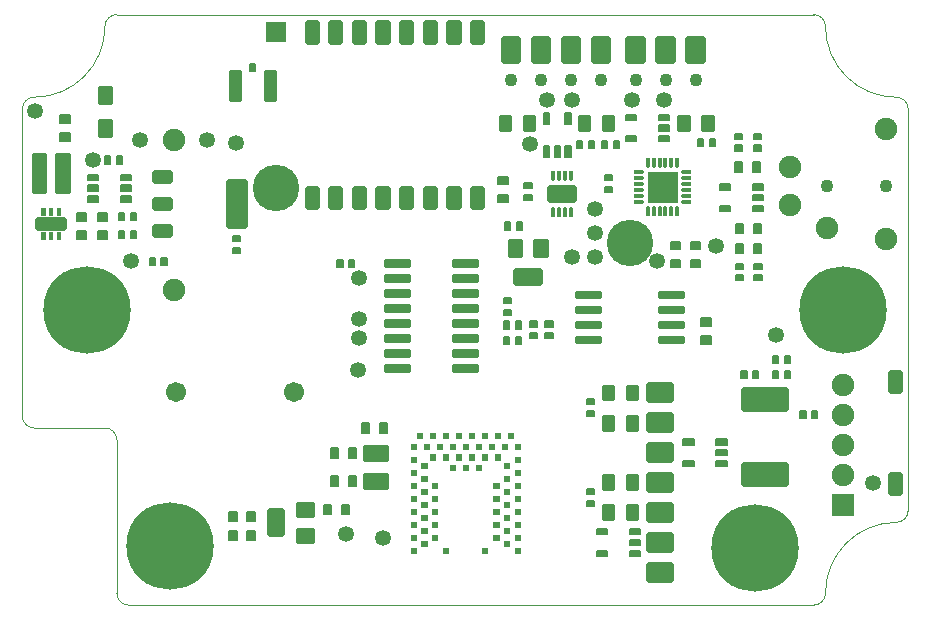
<source format=gbr>
G70*
%FSLAX54Y54*%
%ADD11C,0.0010*%
%ADD12C,0.0531*%
%ADD13C,0.0060*%
%ADD14C,0.0039*%
%ADD15R,0.0750X0.0750*%
%ADD16C,0.0750*%
%ADD17C,0.0433*%
%ADD18C,0.2913*%
%ADD19C,0.0063*%
%ADD20C,0.0200*%
%ADD21C,0.0236*%
%AMUSER22*
4, 1, 4, 0.0069, -0.0114, -0.0069, -0.0114, -0.0069, 0.0183, 0.0069, 0.0183, 0.0069, -0.0114, 0.0*
1, 1, 0.0138, 0.0000, -0.0114*%
%ADD22USER22*%
%AMUSER23*
4, 1, 4, -0.0114, -0.0069, -0.0114, 0.0069, 0.0183, 0.0069, 0.0183, -0.0069, -0.0114, -0.0069, 0.0*
1, 1, 0.0138, -0.0114, 0.0000*%
%ADD23USER23*%
%AMUSER24*
4, 1, 4, -0.0069, 0.0114, 0.0069, 0.0114, 0.0069, -0.0183, -0.0069, -0.0183, -0.0069, 0.0114, 0.0*
1, 1, 0.0138, 0.0000, 0.0114*%
%ADD24USER24*%
%AMUSER25*
4, 1, 4, 0.0114, 0.0069, 0.0114, -0.0069, -0.0183, -0.0069, -0.0183, 0.0069, 0.0114, 0.0069, 0.0*
1, 1, 0.0138, 0.0114, 0.0000*%
%ADD25USER25*%
%ADD26C,0.0236*%
%ADD27C,0.0100*%
%ADD28R,0.0650X0.0650*%
%ADD29C,0.0157*%
%ADD30C,0.0670*%
%ADD31C,0.1550*%
%ADD32C,0.0160*%
D11*
X101113Y96583D02*
X123948Y96583D01*
G75*
G03X124342Y96977I0000J0394*
G02X126704Y99339I2362J0000*
G03X127098Y99732I0000J0394*
G01X127098Y113118*
G75*
G03X126704Y113512I-0394J0000*
G02X124342Y115874I0000J2362*
G03X123948Y116268I-0394J0000*
G01X100720Y116268*
G75*
G03X100326Y115874I0000J-0394*
G02X97964Y113512I-2362J0000*
G03X97570Y113118I0000J-0394*
G01X97570Y102882*
G75*
G03X97964Y102488I0394J0000*
G01X100326Y102488*
G75*
G02X100720Y102095I0000J-0394*
G01X100720Y96977*
G75*
G03X101113Y96583I0394J0000*
D12*
X114499Y111937D03*
D13*
G01X113836Y109336D02*
X113836Y109096D01*
X113666Y109096*
X113666Y109336*
X113836Y109336*
G36*
X113836Y109096*
X113666Y109096*
X113666Y109336*
X113836Y109336*
G37*
X114230Y109336D02*
X114230Y109096D01*
X114060Y109096*
X114060Y109336*
X114230Y109336*
G36*
X114230Y109096*
X114060Y109096*
X114060Y109336*
X114230Y109336*
G37*
D14*
X110513Y98325D02*
X110513Y98502D01*
X110690Y98502*
X110690Y98325*
X110513Y98325*
G36*
X110513Y98502*
X110690Y98502*
X110690Y98325*
X110513Y98325*
G37*
X110867Y98541D02*
X110867Y98719D01*
X111044Y98719*
X111044Y98541*
X110867Y98541*
G36*
X110867Y98719*
X111044Y98719*
X111044Y98541*
X110867Y98541*
G37*
X110513Y98758D02*
X110513Y98935D01*
X110690Y98935*
X110690Y98758*
X110513Y98758*
G36*
X110513Y98935*
X110690Y98935*
X110690Y98758*
X110513Y98758*
G37*
X110867Y98975D02*
X110867Y99152D01*
X111044Y99152*
X111044Y98975*
X110867Y98975*
G36*
X110867Y99152*
X111044Y99152*
X111044Y98975*
X110867Y98975*
G37*
X110513Y99191D02*
X110513Y99368D01*
X110690Y99368*
X110690Y99191*
X110513Y99191*
G36*
X110513Y99368*
X110690Y99368*
X110690Y99191*
X110513Y99191*
G37*
X110867Y99408D02*
X110867Y99585D01*
X111044Y99585*
X111044Y99408*
X110867Y99408*
G36*
X110867Y99585*
X111044Y99585*
X111044Y99408*
X110867Y99408*
G37*
X110513Y99624D02*
X110513Y99801D01*
X110690Y99801*
X110690Y99624*
X110513Y99624*
G36*
X110513Y99801*
X110690Y99801*
X110690Y99624*
X110513Y99624*
G37*
X110867Y99841D02*
X110867Y100018D01*
X111044Y100018*
X111044Y99841*
X110867Y99841*
G36*
X110867Y100018*
X111044Y100018*
X111044Y99841*
X110867Y99841*
G37*
X110513Y100057D02*
X110513Y100234D01*
X110690Y100234*
X110690Y100057*
X110513Y100057*
G36*
X110513Y100234*
X110690Y100234*
X110690Y100057*
X110513Y100057*
G37*
X110867Y100274D02*
X110867Y100451D01*
X111044Y100451*
X111044Y100274*
X110867Y100274*
G36*
X110867Y100451*
X111044Y100451*
X111044Y100274*
X110867Y100274*
G37*
X110513Y100490D02*
X110513Y100667D01*
X110690Y100667*
X110690Y100490*
X110513Y100490*
G36*
X110513Y100667*
X110690Y100667*
X110690Y100490*
X110513Y100490*
G37*
X110867Y100707D02*
X110867Y100884D01*
X111044Y100884*
X111044Y100707*
X110867Y100707*
G36*
X110867Y100884*
X111044Y100884*
X111044Y100707*
X110867Y100707*
G37*
X110513Y100923D02*
X110513Y101101D01*
X110690Y101101*
X110690Y100923*
X110513Y100923*
G36*
X110513Y101101*
X110690Y101101*
X110690Y100923*
X110513Y100923*
G37*
X110867Y101140D02*
X110867Y101317D01*
X111044Y101317*
X111044Y101140*
X110867Y101140*
G36*
X110867Y101317*
X111044Y101317*
X111044Y101140*
X110867Y101140*
G37*
X110513Y101356D02*
X110513Y101534D01*
X110690Y101534*
X110690Y101356*
X110513Y101356*
G36*
X110513Y101534*
X110690Y101534*
X110690Y101356*
X110513Y101356*
G37*
X110513Y101790D02*
X110513Y101967D01*
X110690Y101967*
X110690Y101790*
X110513Y101790*
G36*
X110513Y101967*
X110690Y101967*
X110690Y101790*
X110513Y101790*
G37*
X110946Y101790D02*
X110946Y101967D01*
X111123Y101967*
X111123Y101790*
X110946Y101790*
G36*
X110946Y101967*
X111123Y101967*
X111123Y101790*
X110946Y101790*
G37*
X111162Y101435D02*
X111162Y101612D01*
X111340Y101612*
X111340Y101435*
X111162Y101435*
G36*
X111162Y101612*
X111340Y101612*
X111340Y101435*
X111162Y101435*
G37*
X111379Y101790D02*
X111379Y101967D01*
X111556Y101967*
X111556Y101790*
X111379Y101790*
G36*
X111379Y101967*
X111556Y101967*
X111556Y101790*
X111379Y101790*
G37*
X111596Y101435D02*
X111596Y101612D01*
X111773Y101612*
X111773Y101435*
X111596Y101435*
G36*
X111596Y101612*
X111773Y101612*
X111773Y101435*
X111596Y101435*
G37*
X111812Y101790D02*
X111812Y101967D01*
X111989Y101967*
X111989Y101790*
X111812Y101790*
G36*
X111812Y101967*
X111989Y101967*
X111989Y101790*
X111812Y101790*
G37*
X112029Y101435D02*
X112029Y101612D01*
X112206Y101612*
X112206Y101435*
X112029Y101435*
G36*
X112029Y101612*
X112206Y101612*
X112206Y101435*
X112029Y101435*
G37*
X112245Y101790D02*
X112245Y101967D01*
X112422Y101967*
X112422Y101790*
X112245Y101790*
G36*
X112245Y101967*
X112422Y101967*
X112422Y101790*
X112245Y101790*
G37*
X112462Y101435D02*
X112462Y101612D01*
X112639Y101612*
X112639Y101435*
X112462Y101435*
G36*
X112462Y101612*
X112639Y101612*
X112639Y101435*
X112462Y101435*
G37*
X112678Y101790D02*
X112678Y101967D01*
X112855Y101967*
X112855Y101790*
X112678Y101790*
G36*
X112678Y101967*
X112855Y101967*
X112855Y101790*
X112678Y101790*
G37*
X112895Y101435D02*
X112895Y101612D01*
X113072Y101612*
X113072Y101435*
X112895Y101435*
G36*
X112895Y101612*
X113072Y101612*
X113072Y101435*
X112895Y101435*
G37*
X113111Y101790D02*
X113111Y101967D01*
X113288Y101967*
X113288Y101790*
X113111Y101790*
G36*
X113111Y101967*
X113288Y101967*
X113288Y101790*
X113111Y101790*
G37*
X113328Y101435D02*
X113328Y101612D01*
X113505Y101612*
X113505Y101435*
X113328Y101435*
G36*
X113328Y101612*
X113505Y101612*
X113505Y101435*
X113328Y101435*
G37*
X113544Y101790D02*
X113544Y101967D01*
X113722Y101967*
X113722Y101790*
X113544Y101790*
G36*
X113544Y101967*
X113722Y101967*
X113722Y101790*
X113544Y101790*
G37*
X113977Y101790D02*
X113977Y101967D01*
X114155Y101967*
X114155Y101790*
X113977Y101790*
G36*
X113977Y101967*
X114155Y101967*
X114155Y101790*
X113977Y101790*
G37*
X113977Y101356D02*
X113977Y101534D01*
X114155Y101534*
X114155Y101356*
X113977Y101356*
G36*
X113977Y101534*
X114155Y101534*
X114155Y101356*
X113977Y101356*
G37*
X113623Y101140D02*
X113623Y101317D01*
X113800Y101317*
X113800Y101140*
X113623Y101140*
G36*
X113623Y101317*
X113800Y101317*
X113800Y101140*
X113623Y101140*
G37*
X113977Y100923D02*
X113977Y101101D01*
X114155Y101101*
X114155Y100923*
X113977Y100923*
G36*
X113977Y101101*
X114155Y101101*
X114155Y100923*
X113977Y100923*
G37*
X113623Y100707D02*
X113623Y100884D01*
X113800Y100884*
X113800Y100707*
X113623Y100707*
G36*
X113623Y100884*
X113800Y100884*
X113800Y100707*
X113623Y100707*
G37*
X113977Y100490D02*
X113977Y100667D01*
X114155Y100667*
X114155Y100490*
X113977Y100490*
G36*
X113977Y100667*
X114155Y100667*
X114155Y100490*
X113977Y100490*
G37*
X113623Y100274D02*
X113623Y100451D01*
X113800Y100451*
X113800Y100274*
X113623Y100274*
G36*
X113623Y100451*
X113800Y100451*
X113800Y100274*
X113623Y100274*
G37*
X113977Y100057D02*
X113977Y100234D01*
X114155Y100234*
X114155Y100057*
X113977Y100057*
G36*
X113977Y100234*
X114155Y100234*
X114155Y100057*
X113977Y100057*
G37*
X113623Y99841D02*
X113623Y100018D01*
X113800Y100018*
X113800Y99841*
X113623Y99841*
G36*
X113623Y100018*
X113800Y100018*
X113800Y99841*
X113623Y99841*
G37*
X113977Y99624D02*
X113977Y99801D01*
X114155Y99801*
X114155Y99624*
X113977Y99624*
G36*
X113977Y99801*
X114155Y99801*
X114155Y99624*
X113977Y99624*
G37*
X113623Y99408D02*
X113623Y99585D01*
X113800Y99585*
X113800Y99408*
X113623Y99408*
G36*
X113623Y99585*
X113800Y99585*
X113800Y99408*
X113623Y99408*
G37*
X113977Y99191D02*
X113977Y99368D01*
X114155Y99368*
X114155Y99191*
X113977Y99191*
G36*
X113977Y99368*
X114155Y99368*
X114155Y99191*
X113977Y99191*
G37*
X113623Y98975D02*
X113623Y99152D01*
X113800Y99152*
X113800Y98975*
X113623Y98975*
G36*
X113623Y99152*
X113800Y99152*
X113800Y98975*
X113623Y98975*
G37*
X113977Y98758D02*
X113977Y98935D01*
X114155Y98935*
X114155Y98758*
X113977Y98758*
G36*
X113977Y98935*
X114155Y98935*
X114155Y98758*
X113977Y98758*
G37*
X113623Y98541D02*
X113623Y98719D01*
X113800Y98719*
X113800Y98541*
X113623Y98541*
G36*
X113623Y98719*
X113800Y98719*
X113800Y98541*
X113623Y98541*
G37*
X113977Y98325D02*
X113977Y98502D01*
X114155Y98502*
X114155Y98325*
X113977Y98325*
G36*
X113977Y98502*
X114155Y98502*
X114155Y98325*
X113977Y98325*
G37*
X112895Y98325D02*
X112895Y98502D01*
X113072Y98502*
X113072Y98325*
X112895Y98325*
G36*
X112895Y98502*
X113072Y98502*
X113072Y98325*
X112895Y98325*
G37*
X111596Y98325D02*
X111596Y98502D01*
X111773Y98502*
X111773Y98325*
X111596Y98325*
G36*
X111596Y98502*
X111773Y98502*
X111773Y98325*
X111596Y98325*
G37*
X111222Y98758D02*
X111222Y98935D01*
X111399Y98935*
X111399Y98758*
X111222Y98758*
G36*
X111222Y98935*
X111399Y98935*
X111399Y98758*
X111222Y98758*
G37*
X111222Y99191D02*
X111222Y99368D01*
X111399Y99368*
X111399Y99191*
X111222Y99191*
G36*
X111222Y99368*
X111399Y99368*
X111399Y99191*
X111222Y99191*
G37*
X111222Y99624D02*
X111222Y99801D01*
X111399Y99801*
X111399Y99624*
X111222Y99624*
G36*
X111222Y99801*
X111399Y99801*
X111399Y99624*
X111222Y99624*
G37*
X111222Y100057D02*
X111222Y100234D01*
X111399Y100234*
X111399Y100057*
X111222Y100057*
G36*
X111222Y100234*
X111399Y100234*
X111399Y100057*
X111222Y100057*
G37*
X111222Y100490D02*
X111222Y100667D01*
X111399Y100667*
X111399Y100490*
X111222Y100490*
G36*
X111222Y100667*
X111399Y100667*
X111399Y100490*
X111222Y100490*
G37*
X111812Y101081D02*
X111812Y101258D01*
X111989Y101258*
X111989Y101081*
X111812Y101081*
G36*
X111812Y101258*
X111989Y101258*
X111989Y101081*
X111812Y101081*
G37*
X112245Y101081D02*
X112245Y101258D01*
X112422Y101258*
X112422Y101081*
X112245Y101081*
G36*
X112245Y101258*
X112422Y101258*
X112422Y101081*
X112245Y101081*
G37*
X112678Y101081D02*
X112678Y101258D01*
X112855Y101258*
X112855Y101081*
X112678Y101081*
G36*
X112678Y101258*
X112855Y101258*
X112855Y101081*
X112678Y101081*
G37*
X113269Y100490D02*
X113269Y100667D01*
X113446Y100667*
X113446Y100490*
X113269Y100490*
G36*
X113269Y100667*
X113446Y100667*
X113446Y100490*
X113269Y100490*
G37*
X113269Y100057D02*
X113269Y100234D01*
X113446Y100234*
X113446Y100057*
X113269Y100057*
G36*
X113269Y100234*
X113446Y100234*
X113446Y100057*
X113269Y100057*
G37*
X113269Y99624D02*
X113269Y99801D01*
X113446Y99801*
X113446Y99624*
X113269Y99624*
G36*
X113269Y99801*
X113446Y99801*
X113446Y99624*
X113269Y99624*
G37*
X113269Y99191D02*
X113269Y99368D01*
X113446Y99368*
X113446Y99191*
X113269Y99191*
G36*
X113269Y99368*
X113446Y99368*
X113446Y99191*
X113269Y99191*
G37*
X113269Y98758D02*
X113269Y98935D01*
X113446Y98935*
X113446Y98758*
X113269Y98758*
G36*
X113269Y98935*
X113446Y98935*
X113446Y98758*
X113269Y98758*
G37*
X110729Y102144D02*
X110729Y102321D01*
X110907Y102321*
X110907Y102144*
X110729Y102144*
G36*
X110729Y102321*
X110907Y102321*
X110907Y102144*
X110729Y102144*
G37*
X111162Y102144D02*
X111162Y102321D01*
X111340Y102321*
X111340Y102144*
X111162Y102144*
G36*
X111162Y102321*
X111340Y102321*
X111340Y102144*
X111162Y102144*
G37*
X111596Y102144D02*
X111596Y102321D01*
X111773Y102321*
X111773Y102144*
X111596Y102144*
G36*
X111596Y102321*
X111773Y102321*
X111773Y102144*
X111596Y102144*
G37*
X112029Y102144D02*
X112029Y102321D01*
X112206Y102321*
X112206Y102144*
X112029Y102144*
G36*
X112029Y102321*
X112206Y102321*
X112206Y102144*
X112029Y102144*
G37*
X112462Y102144D02*
X112462Y102321D01*
X112639Y102321*
X112639Y102144*
X112462Y102144*
G36*
X112462Y102321*
X112639Y102321*
X112639Y102144*
X112462Y102144*
G37*
X112895Y102144D02*
X112895Y102321D01*
X113072Y102321*
X113072Y102144*
X112895Y102144*
G36*
X112895Y102321*
X113072Y102321*
X113072Y102144*
X112895Y102144*
G37*
X113328Y102144D02*
X113328Y102321D01*
X113505Y102321*
X113505Y102144*
X113328Y102144*
G36*
X113328Y102321*
X113505Y102321*
X113505Y102144*
X113328Y102144*
G37*
X113761Y102144D02*
X113761Y102321D01*
X113938Y102321*
X113938Y102144*
X113761Y102144*
G36*
X113761Y102321*
X113938Y102321*
X113938Y102144*
X113761Y102144*
G37*
D15*
X124932Y99929D03*
D16*
X124932Y100929D03*
X124932Y101929D03*
X124932Y102929D03*
X124932Y103929D03*
X126349Y112449D03*
X124381Y109142D03*
X123161Y111189D03*
X126349Y108788D03*
X123161Y109929D03*
D17*
X126349Y110559D03*
X124381Y110559D03*
D18*
X99735Y106425D03*
D19*
X121043Y101931D02*
X120709Y101931D01*
X120709Y102108*
X121043Y102108*
X121043Y101931*
G36*
X120709Y101931*
X120709Y102108*
X121043Y102108*
X121043Y101931*
G37*
X121043Y101573D02*
X120709Y101573D01*
X120709Y101750*
X121043Y101750*
X121043Y101573*
G36*
X120709Y101573*
X120709Y101750*
X121043Y101750*
X121043Y101573*
G37*
X121043Y101215D02*
X120709Y101215D01*
X120709Y101392*
X121043Y101392*
X121043Y101215*
G36*
X120709Y101215*
X120709Y101392*
X121043Y101392*
X121043Y101215*
G37*
X119943Y101215D02*
X119609Y101215D01*
X119609Y101392*
X119943Y101392*
X119943Y101215*
G36*
X119609Y101215*
X119609Y101392*
X119943Y101392*
X119943Y101215*
G37*
X119943Y101931D02*
X119609Y101931D01*
X119609Y102108*
X119943Y102108*
X119943Y101931*
G36*
X119609Y101931*
X119609Y102108*
X119943Y102108*
X119943Y101931*
G37*
D20*
X118475Y103914D02*
X119185Y103914D01*
X119185Y103424*
X118475Y103424*
X118475Y103914*
G36*
X119185Y103914*
X119185Y103424*
X118475Y103424*
X118475Y103914*
G37*
X118475Y102914D02*
X119185Y102914D01*
X119185Y102424*
X118475Y102424*
X118475Y102914*
G36*
X119185Y102914*
X119185Y102424*
X118475Y102424*
X118475Y102914*
G37*
X118475Y101914D02*
X119185Y101914D01*
X119185Y101424*
X118475Y101424*
X118475Y101914*
G36*
X119185Y101914*
X119185Y101424*
X118475Y101424*
X118475Y101914*
G37*
X118475Y100914D02*
X119185Y100914D01*
X119185Y100424*
X118475Y100424*
X118475Y100914*
G36*
X119185Y100914*
X119185Y100424*
X118475Y100424*
X118475Y100914*
G37*
X118475Y99914D02*
X119185Y99914D01*
X119185Y99424*
X118475Y99424*
X118475Y99914*
G36*
X119185Y99914*
X119185Y99424*
X118475Y99424*
X118475Y99914*
G37*
X118475Y98914D02*
X119185Y98914D01*
X119185Y98424*
X118475Y98424*
X118475Y98914*
G36*
X119185Y98914*
X119185Y98424*
X118475Y98424*
X118475Y98914*
G37*
X118475Y97914D02*
X119185Y97914D01*
X119185Y97424*
X118475Y97424*
X118475Y97914*
G36*
X119185Y97914*
X119185Y97424*
X118475Y97424*
X118475Y97914*
G37*
D13*
X119502Y108456D02*
X119182Y108456D01*
X119182Y108696*
X119502Y108696*
X119502Y108456*
G36*
X119182Y108456*
X119182Y108696*
X119502Y108696*
X119502Y108456*
G37*
X119502Y107856D02*
X119182Y107856D01*
X119182Y108096*
X119502Y108096*
X119502Y107856*
G36*
X119182Y107856*
X119182Y108096*
X119502Y108096*
X119502Y107856*
G37*
D14*
X98318Y109811D02*
X98318Y109575D01*
X98200Y109575*
X98200Y109811*
X98318Y109811*
G36*
X98318Y109575*
X98200Y109575*
X98200Y109811*
X98318Y109811*
G37*
X98574Y109811D02*
X98574Y109575D01*
X98456Y109575*
X98456Y109811*
X98574Y109811*
G36*
X98574Y109575*
X98456Y109575*
X98456Y109811*
X98574Y109811*
G37*
X98830Y109811D02*
X98830Y109575D01*
X98712Y109575*
X98712Y109811*
X98830Y109811*
G36*
X98830Y109575*
X98712Y109575*
X98712Y109811*
X98830Y109811*
G37*
X98830Y109024D02*
X98830Y108788D01*
X98712Y108788*
X98712Y109024*
X98830Y109024*
G36*
X98830Y108788*
X98712Y108788*
X98712Y109024*
X98830Y109024*
G37*
X98574Y109024D02*
X98574Y108788D01*
X98456Y108788*
X98456Y109024*
X98574Y109024*
G36*
X98574Y108788*
X98456Y108788*
X98456Y109024*
X98574Y109024*
G37*
X98318Y109024D02*
X98318Y108788D01*
X98200Y108788*
X98200Y109024*
X98318Y109024*
G36*
X98318Y108788*
X98200Y108788*
X98200Y109024*
X98318Y109024*
G37*
D21*
X98928Y109181D02*
X98101Y109181D01*
X98101Y109417*
X98928Y109417*
X98928Y109181*
G36*
X98101Y109181*
X98101Y109417*
X98928Y109417*
X98928Y109181*
G37*
D13*
X121923Y111029D02*
X121923Y111349D01*
X122163Y111349*
X122163Y111029*
X121923Y111029*
G36*
X121923Y111349*
X122163Y111349*
X122163Y111029*
X121923Y111029*
G37*
X121323Y111029D02*
X121323Y111349D01*
X121563Y111349*
X121563Y111029*
X121323Y111029*
G36*
X121323Y111349*
X121563Y111349*
X121563Y111029*
X121323Y111029*
G37*
X121963Y108982D02*
X121963Y109302D01*
X122203Y109302*
X122203Y108982*
X121963Y108982*
G36*
X121963Y109302*
X122203Y109302*
X122203Y108982*
X121963Y108982*
G37*
X121363Y108982D02*
X121363Y109302D01*
X121603Y109302*
X121603Y108982*
X121363Y108982*
G36*
X121363Y109302*
X121603Y109302*
X121603Y108982*
X121363Y108982*
G37*
X121583Y107797D02*
X121343Y107797D01*
X121343Y107967*
X121583Y107967*
X121583Y107797*
G36*
X121343Y107797*
X121343Y107967*
X121583Y107967*
X121583Y107797*
G37*
X121583Y107403D02*
X121343Y107403D01*
X121343Y107573*
X121583Y107573*
X121583Y107403*
G36*
X121343Y107403*
X121343Y107573*
X121583Y107573*
X121583Y107403*
G37*
D11*
G36*
X119401Y111012D02*
X119401Y110028D01*
X118416Y110028*
X118416Y111012*
X119401Y111012*
G37*
X119401Y110028*
X118416Y110028*
X118416Y111012*
X119401Y111012*
D22*
X118416Y111307D03*
X118613Y111307D03*
X118810Y111307D03*
X119007Y111307D03*
X119204Y111307D03*
X119401Y111307D03*
D23*
X119696Y111012D03*
X119696Y110815D03*
X119696Y110618D03*
X119696Y110421D03*
X119696Y110225D03*
X119696Y110028D03*
D24*
X119401Y109732D03*
X119204Y109732D03*
X119007Y109732D03*
X118810Y109732D03*
X118613Y109732D03*
X118416Y109732D03*
D25*
X118121Y110028D03*
X118121Y110225D03*
X118121Y110421D03*
X118121Y110618D03*
X118121Y110815D03*
X118121Y111012D03*
D26*
X118613Y110815D03*
X118613Y110225D03*
X119204Y110225D03*
X119204Y110815D03*
D27*
X117721Y103439D02*
X117721Y103899D01*
X118061Y103899*
X118061Y103439*
X117721Y103439*
G36*
X117721Y103899*
X118061Y103899*
X118061Y103439*
X117721Y103439*
G37*
X116921Y103439D02*
X116921Y103899D01*
X117261Y103899*
X117261Y103439*
X116921Y103439*
G36*
X116921Y103899*
X117261Y103899*
X117261Y103439*
X116921Y103439*
G37*
D20*
X119766Y114732D02*
X119766Y115442D01*
X120256Y115442*
X120256Y114732*
X119766Y114732*
G36*
X119766Y115442*
X120256Y115442*
X120256Y114732*
X119766Y114732*
G37*
X118766Y114732D02*
X118766Y115442D01*
X119256Y115442*
X119256Y114732*
X118766Y114732*
G36*
X118766Y115442*
X119256Y115442*
X119256Y114732*
X118766Y114732*
G37*
X117766Y114732D02*
X117766Y115442D01*
X118256Y115442*
X118256Y114732*
X117766Y114732*
G36*
X117766Y115442*
X118256Y115442*
X118256Y114732*
X117766Y114732*
G37*
D17*
X120011Y114087D03*
X119011Y114087D03*
X118011Y114087D03*
D19*
X119114Y112758D02*
X118779Y112758D01*
X118779Y112935*
X119114Y112935*
X119114Y112758*
G36*
X118779Y112758*
X118779Y112935*
X119114Y112935*
X119114Y112758*
G37*
X119114Y112400D02*
X118779Y112400D01*
X118779Y112577*
X119114Y112577*
X119114Y112400*
G36*
X118779Y112400*
X118779Y112577*
X119114Y112577*
X119114Y112400*
G37*
X119114Y112042D02*
X118779Y112042D01*
X118779Y112219*
X119114Y112219*
X119114Y112042*
G36*
X118779Y112042*
X118779Y112219*
X119114Y112219*
X119114Y112042*
G37*
X118014Y112042D02*
X117679Y112042D01*
X117679Y112219*
X118014Y112219*
X118014Y112042*
G36*
X117679Y112042*
X117679Y112219*
X118014Y112219*
X118014Y112042*
G37*
X118014Y112758D02*
X117679Y112758D01*
X117679Y112935*
X118014Y112935*
X118014Y112758*
G36*
X117679Y112758*
X117679Y112935*
X118014Y112935*
X118014Y112758*
G37*
D12*
X108790Y107488D03*
D20*
X116616Y114732D02*
X116616Y115442D01*
X117106Y115442*
X117106Y114732*
X116616Y114732*
G36*
X116616Y115442*
X117106Y115442*
X117106Y114732*
X116616Y114732*
G37*
X115616Y114732D02*
X115616Y115442D01*
X116106Y115442*
X116106Y114732*
X115616Y114732*
G36*
X115616Y115442*
X116106Y115442*
X116106Y114732*
X115616Y114732*
G37*
X114616Y114732D02*
X114616Y115442D01*
X115106Y115442*
X115106Y114732*
X114616Y114732*
G36*
X114616Y115442*
X115106Y115442*
X115106Y114732*
X114616Y114732*
G37*
X113616Y114732D02*
X113616Y115442D01*
X114106Y115442*
X114106Y114732*
X113616Y114732*
G36*
X113616Y115442*
X114106Y115442*
X114106Y114732*
X113616Y114732*
G37*
D17*
X116861Y114087D03*
X115861Y114087D03*
X114861Y114087D03*
X113861Y114087D03*
D21*
X112590Y109870D02*
X112590Y110461D01*
X112865Y110461*
X112865Y109870*
X112590Y109870*
G36*
X112590Y110461*
X112865Y110461*
X112865Y109870*
X112590Y109870*
G37*
X111802Y109870D02*
X111802Y110461D01*
X112078Y110461*
X112078Y109870*
X111802Y109870*
G36*
X111802Y110461*
X112078Y110461*
X112078Y109870*
X111802Y109870*
G37*
X111015Y109870D02*
X111015Y110461D01*
X111290Y110461*
X111290Y109870*
X111015Y109870*
G36*
X111015Y110461*
X111290Y110461*
X111290Y109870*
X111015Y109870*
G37*
X110227Y109870D02*
X110227Y110461D01*
X110503Y110461*
X110503Y109870*
X110227Y109870*
G36*
X110227Y110461*
X110503Y110461*
X110503Y109870*
X110227Y109870*
G37*
X109440Y109870D02*
X109440Y110461D01*
X109716Y110461*
X109716Y109870*
X109440Y109870*
G36*
X109440Y110461*
X109716Y110461*
X109716Y109870*
X109440Y109870*
G37*
X108653Y109870D02*
X108653Y110461D01*
X108928Y110461*
X108928Y109870*
X108653Y109870*
G36*
X108653Y110461*
X108928Y110461*
X108928Y109870*
X108653Y109870*
G37*
X107865Y109870D02*
X107865Y110461D01*
X108141Y110461*
X108141Y109870*
X107865Y109870*
G36*
X107865Y110461*
X108141Y110461*
X108141Y109870*
X107865Y109870*
G37*
X107078Y109870D02*
X107078Y110461D01*
X107353Y110461*
X107353Y109870*
X107078Y109870*
G36*
X107078Y110461*
X107353Y110461*
X107353Y109870*
X107078Y109870*
G37*
X107078Y115382D02*
X107078Y115973D01*
X107353Y115973*
X107353Y115382*
X107078Y115382*
G36*
X107078Y115973*
X107353Y115973*
X107353Y115382*
X107078Y115382*
G37*
X107865Y115382D02*
X107865Y115973D01*
X108141Y115973*
X108141Y115382*
X107865Y115382*
G36*
X107865Y115973*
X108141Y115973*
X108141Y115382*
X107865Y115382*
G37*
X108653Y115382D02*
X108653Y115973D01*
X108928Y115973*
X108928Y115382*
X108653Y115382*
G36*
X108653Y115973*
X108928Y115973*
X108928Y115382*
X108653Y115382*
G37*
X109440Y115382D02*
X109440Y115973D01*
X109716Y115973*
X109716Y115382*
X109440Y115382*
G36*
X109440Y115973*
X109716Y115973*
X109716Y115382*
X109440Y115382*
G37*
X110227Y115382D02*
X110227Y115973D01*
X110503Y115973*
X110503Y115382*
X110227Y115382*
G36*
X110227Y115973*
X110503Y115973*
X110503Y115382*
X110227Y115382*
G37*
X111015Y115382D02*
X111015Y115973D01*
X111290Y115973*
X111290Y115382*
X111015Y115382*
G36*
X111015Y115973*
X111290Y115973*
X111290Y115382*
X111015Y115382*
G37*
X111802Y115382D02*
X111802Y115973D01*
X112078Y115973*
X112078Y115382*
X111802Y115382*
G36*
X111802Y115973*
X112078Y115973*
X112078Y115382*
X111802Y115382*
G37*
X112590Y115382D02*
X112590Y115973D01*
X112865Y115973*
X112865Y115382*
X112590Y115382*
G36*
X112590Y115973*
X112865Y115973*
X112865Y115382*
X112590Y115382*
G37*
D12*
X103712Y112095D03*
D13*
X116392Y103046D02*
X116632Y103046D01*
X116632Y102876*
X116392Y102876*
X116392Y103046*
G36*
X116632Y103046*
X116632Y102876*
X116392Y102876*
X116392Y103046*
G37*
X116392Y103439D02*
X116632Y103439D01*
X116632Y103269*
X116392Y103269*
X116392Y103439*
G36*
X116632Y103439*
X116632Y103269*
X116392Y103269*
X116392Y103439*
G37*
X113754Y110621D02*
X113434Y110621D01*
X113434Y110861*
X113754Y110861*
X113754Y110621*
G36*
X113434Y110621*
X113434Y110861*
X113754Y110861*
X113754Y110621*
G37*
X113754Y110021D02*
X113434Y110021D01*
X113434Y110261*
X113754Y110261*
X113754Y110021*
G36*
X113434Y110021*
X113434Y110261*
X113754Y110261*
X113754Y110021*
G37*
X98827Y112308D02*
X99147Y112308D01*
X99147Y112068*
X98827Y112068*
X98827Y112308*
G36*
X99147Y112308*
X99147Y112068*
X98827Y112068*
X98827Y112308*
G37*
X98827Y112908D02*
X99147Y112908D01*
X99147Y112668*
X98827Y112668*
X98827Y112908*
G36*
X99147Y112908*
X99147Y112668*
X98827Y112668*
X98827Y112908*
G37*
X108099Y100877D02*
X108099Y100557D01*
X107859Y100557*
X107859Y100877*
X108099Y100877*
G36*
X108099Y100557*
X107859Y100557*
X107859Y100877*
X108099Y100877*
G37*
X108699Y100877D02*
X108699Y100557D01*
X108459Y100557*
X108459Y100877*
X108699Y100877*
G36*
X108699Y100557*
X108459Y100557*
X108459Y100877*
X108699Y100877*
G37*
X114305Y110250D02*
X114545Y110250D01*
X114545Y110080*
X114305Y110080*
X114305Y110250*
G36*
X114545Y110250*
X114545Y110080*
X114305Y110080*
X114305Y110250*
G37*
X114305Y110644D02*
X114545Y110644D01*
X114545Y110474*
X114305Y110474*
X114305Y110644*
G36*
X114545Y110644*
X114545Y110474*
X114305Y110474*
X114305Y110644*
G37*
X120171Y108456D02*
X119851Y108456D01*
X119851Y108696*
X120171Y108696*
X120171Y108456*
G36*
X119851Y108456*
X119851Y108696*
X120171Y108696*
X120171Y108456*
G37*
X120171Y107856D02*
X119851Y107856D01*
X119851Y108096*
X120171Y108096*
X120171Y107856*
G36*
X119851Y107856*
X119851Y108096*
X120171Y108096*
X120171Y107856*
G37*
D12*
X116664Y109772D03*
D20*
X123039Y100608D02*
X121629Y100608D01*
X121629Y101238*
X123039Y101238*
X123039Y100608*
G36*
X121629Y100608*
X121629Y101238*
X123039Y101238*
X123039Y100608*
G37*
X123039Y103108D02*
X121629Y103108D01*
X121629Y103738*
X123039Y103738*
X123039Y103108*
G36*
X121629Y103108*
X121629Y103738*
X123039Y103738*
X123039Y103108*
G37*
D12*
X115050Y113433D03*
D13*
X114020Y105799D02*
X114020Y106039D01*
X114190Y106039*
X114190Y105799*
X114020Y105799*
G36*
X114020Y106039*
X114190Y106039*
X114190Y105799*
X114020Y105799*
G37*
X113627Y105799D02*
X113627Y106039D01*
X113797Y106039*
X113797Y105799*
X113627Y105799*
G36*
X113627Y106039*
X113797Y106039*
X113797Y105799*
X113627Y105799*
G37*
D12*
X109578Y98827D03*
X125916Y100638D03*
X108357Y98945D03*
D13*
X121313Y111904D02*
X121553Y111904D01*
X121553Y111734*
X121313Y111734*
X121313Y111904*
G36*
X121553Y111904*
X121553Y111734*
X121313Y111734*
X121313Y111904*
G37*
X121313Y112298D02*
X121553Y112298D01*
X121553Y112128*
X121313Y112128*
X121313Y112298*
G36*
X121553Y112298*
X121553Y112128*
X121313Y112128*
X121313Y112298*
G37*
D28*
X106035Y115677D03*
D18*
X124932Y106425D03*
D27*
X119781Y112876D02*
X119781Y112416D01*
X119441Y112416*
X119441Y112876*
X119781Y112876*
G36*
X119781Y112416*
X119441Y112416*
X119441Y112876*
X119781Y112876*
G37*
X120581Y112876D02*
X120581Y112416D01*
X120241Y112416*
X120241Y112876*
X120581Y112876*
G36*
X120581Y112416*
X120241Y112416*
X120241Y112876*
X120581Y112876*
G37*
D18*
X121979Y98473D03*
D29*
X98731Y110402D02*
X98731Y111583D01*
X99086Y111583*
X99086Y110402*
X98731Y110402*
G36*
X98731Y111583*
X99086Y111583*
X99086Y110402*
X98731Y110402*
G37*
X97944Y110402D02*
X97944Y111583D01*
X98298Y111583*
X98298Y110402*
X97944Y110402*
G36*
X97944Y111583*
X98298Y111583*
X98298Y110402*
X97944Y110402*
G37*
D12*
X118948Y113433D03*
X108790Y106110D03*
D19*
X115674Y111535D02*
X115674Y111869D01*
X115851Y111869*
X115851Y111535*
X115674Y111535*
G36*
X115674Y111869*
X115851Y111869*
X115851Y111535*
X115674Y111535*
G37*
X115316Y111535D02*
X115316Y111869D01*
X115493Y111869*
X115493Y111535*
X115316Y111535*
G36*
X115316Y111869*
X115493Y111869*
X115493Y111535*
X115316Y111535*
G37*
X114958Y111535D02*
X114958Y111869D01*
X115135Y111869*
X115135Y111535*
X114958Y111535*
G36*
X114958Y111869*
X115135Y111869*
X115135Y111535*
X114958Y111535*
G37*
X114958Y112635D02*
X114958Y112969D01*
X115135Y112969*
X115135Y112635*
X114958Y112635*
G36*
X114958Y112969*
X115135Y112969*
X115135Y112635*
X114958Y112635*
G37*
X115674Y112635D02*
X115674Y112969D01*
X115851Y112969*
X115851Y112635*
X115674Y112635*
G36*
X115674Y112969*
X115851Y112969*
X115851Y112635*
X115674Y112635*
G37*
D13*
X114732Y105868D02*
X114492Y105868D01*
X114492Y106038*
X114732Y106038*
X114732Y105868*
G36*
X114492Y105868*
X114492Y106038*
X114732Y106038*
X114732Y105868*
G37*
X114732Y105474D02*
X114492Y105474D01*
X114492Y105644*
X114732Y105644*
X114732Y105474*
G36*
X114492Y105474*
X114492Y105644*
X114732Y105644*
X114732Y105474*
G37*
X113797Y105517D02*
X113797Y105277D01*
X113627Y105277*
X113627Y105517*
X113797Y105517*
G36*
X113797Y105277*
X113627Y105277*
X113627Y105517*
X113797Y105517*
G37*
X114190Y105517D02*
X114190Y105277D01*
X114020Y105277*
X114020Y105517*
X114190Y105517*
G36*
X114190Y105277*
X114020Y105277*
X114020Y105517*
X114190Y105517*
G37*
X120253Y112131D02*
X120253Y111891D01*
X120083Y111891*
X120083Y112131*
X120253Y112131*
G36*
X120253Y111891*
X120083Y111891*
X120083Y112131*
X120253Y112131*
G37*
X120647Y112131D02*
X120647Y111891D01*
X120477Y111891*
X120477Y112131*
X120647Y112131*
G36*
X120647Y111891*
X120477Y111891*
X120477Y112131*
X120647Y112131*
G37*
D27*
X112739Y107883D02*
X111929Y107883D01*
X111929Y108073*
X112739Y108073*
X112739Y107883*
G36*
X111929Y107883*
X111929Y108073*
X112739Y108073*
X112739Y107883*
G37*
X112739Y107383D02*
X111929Y107383D01*
X111929Y107573*
X112739Y107573*
X112739Y107383*
G36*
X111929Y107383*
X111929Y107573*
X112739Y107573*
X112739Y107383*
G37*
X112739Y106883D02*
X111929Y106883D01*
X111929Y107073*
X112739Y107073*
X112739Y106883*
G36*
X111929Y106883*
X111929Y107073*
X112739Y107073*
X112739Y106883*
G37*
X112739Y106383D02*
X111929Y106383D01*
X111929Y106573*
X112739Y106573*
X112739Y106383*
G36*
X111929Y106383*
X111929Y106573*
X112739Y106573*
X112739Y106383*
G37*
X112739Y105883D02*
X111929Y105883D01*
X111929Y106073*
X112739Y106073*
X112739Y105883*
G36*
X111929Y105883*
X111929Y106073*
X112739Y106073*
X112739Y105883*
G37*
X112739Y105383D02*
X111929Y105383D01*
X111929Y105573*
X112739Y105573*
X112739Y105383*
G36*
X111929Y105383*
X111929Y105573*
X112739Y105573*
X112739Y105383*
G37*
X112739Y104883D02*
X111929Y104883D01*
X111929Y105073*
X112739Y105073*
X112739Y104883*
G36*
X111929Y104883*
X111929Y105073*
X112739Y105073*
X112739Y104883*
G37*
X112739Y104383D02*
X111929Y104383D01*
X111929Y104573*
X112739Y104573*
X112739Y104383*
G36*
X111929Y104383*
X111929Y104573*
X112739Y104573*
X112739Y104383*
G37*
X110455Y104383D02*
X109645Y104383D01*
X109645Y104573*
X110455Y104573*
X110455Y104383*
G36*
X109645Y104383*
X109645Y104573*
X110455Y104573*
X110455Y104383*
G37*
X110455Y104883D02*
X109645Y104883D01*
X109645Y105073*
X110455Y105073*
X110455Y104883*
G36*
X109645Y104883*
X109645Y105073*
X110455Y105073*
X110455Y104883*
G37*
X110455Y105383D02*
X109645Y105383D01*
X109645Y105573*
X110455Y105573*
X110455Y105383*
G36*
X109645Y105383*
X109645Y105573*
X110455Y105573*
X110455Y105383*
G37*
X110455Y105883D02*
X109645Y105883D01*
X109645Y106073*
X110455Y106073*
X110455Y105883*
G36*
X109645Y105883*
X109645Y106073*
X110455Y106073*
X110455Y105883*
G37*
X110455Y106383D02*
X109645Y106383D01*
X109645Y106573*
X110455Y106573*
X110455Y106383*
G36*
X109645Y106383*
X109645Y106573*
X110455Y106573*
X110455Y106383*
G37*
X110455Y106883D02*
X109645Y106883D01*
X109645Y107073*
X110455Y107073*
X110455Y106883*
G36*
X109645Y106883*
X109645Y107073*
X110455Y107073*
X110455Y106883*
G37*
X110455Y107383D02*
X109645Y107383D01*
X109645Y107573*
X110455Y107573*
X110455Y107383*
G36*
X109645Y107383*
X109645Y107573*
X110455Y107573*
X110455Y107383*
G37*
X110455Y107883D02*
X109645Y107883D01*
X109645Y108073*
X110455Y108073*
X110455Y107883*
G36*
X109645Y107883*
X109645Y108073*
X110455Y108073*
X110455Y107883*
G37*
D12*
X101507Y112095D03*
D29*
X113810Y108256D02*
X113810Y108728D01*
X114164Y108728*
X114164Y108256*
X113810Y108256*
G36*
X113810Y108728*
X114164Y108728*
X114164Y108256*
X113810Y108256*
G37*
X114676Y108256D02*
X114676Y108728D01*
X115031Y108728*
X115031Y108256*
X114676Y108256*
G36*
X114676Y108728*
X115031Y108728*
X115031Y108256*
X114676Y108256*
G37*
D20*
X114025Y107703D02*
X114815Y107703D01*
X114815Y107313*
X114025Y107313*
X114025Y107703*
G36*
X114815Y107703*
X114815Y107313*
X114025Y107313*
X114025Y107703*
G37*
D13*
X122997Y104145D02*
X122997Y104385D01*
X123167Y104385*
X123167Y104145*
X122997Y104145*
G36*
X122997Y104385*
X123167Y104385*
X123167Y104145*
X122997Y104145*
G37*
X122603Y104145D02*
X122603Y104385D01*
X122773Y104385*
X122773Y104145*
X122603Y104145*
G36*
X122603Y104385*
X122773Y104385*
X122773Y104145*
X122603Y104145*
G37*
X121934Y104145D02*
X121934Y104385D01*
X122104Y104385*
X122104Y104145*
X121934Y104145*
G36*
X121934Y104385*
X122104Y104385*
X122104Y104145*
X121934Y104145*
G37*
X121540Y104145D02*
X121540Y104385D01*
X121710Y104385*
X121710Y104145*
X121540Y104145*
G36*
X121540Y104385*
X121710Y104385*
X121710Y104145*
X121540Y104145*
G37*
D12*
X116664Y108197D03*
D27*
X117721Y100447D02*
X117721Y100907D01*
X118061Y100907*
X118061Y100447*
X117721Y100447*
G36*
X117721Y100907*
X118061Y100907*
X118061Y100447*
X117721Y100447*
G37*
X116921Y100447D02*
X116921Y100907D01*
X117261Y100907*
X117261Y100447*
X116921Y100447*
G36*
X116921Y100907*
X117261Y100907*
X117261Y100447*
X116921Y100447*
G37*
D12*
X108790Y105480D03*
X115877Y108197D03*
D27*
X116474Y112876D02*
X116474Y112416D01*
X116134Y112416*
X116134Y112876*
X116474Y112876*
G36*
X116474Y112416*
X116134Y112416*
X116134Y112876*
X116474Y112876*
G37*
X117274Y112876D02*
X117274Y112416D01*
X116934Y112416*
X116934Y112876*
X117274Y112876*
G36*
X117274Y112416*
X116934Y112416*
X116934Y112876*
X117274Y112876*
G37*
D19*
X122264Y110435D02*
X121929Y110435D01*
X121929Y110612*
X122264Y110612*
X122264Y110435*
G36*
X121929Y110435*
X121929Y110612*
X122264Y110612*
X122264Y110435*
G37*
X122264Y110077D02*
X121929Y110077D01*
X121929Y110254*
X122264Y110254*
X122264Y110077*
G36*
X121929Y110077*
X121929Y110254*
X122264Y110254*
X122264Y110077*
G37*
X122264Y109719D02*
X121929Y109719D01*
X121929Y109896*
X122264Y109896*
X122264Y109719*
G36*
X121929Y109719*
X121929Y109896*
X122264Y109896*
X122264Y109719*
G37*
X121164Y109719D02*
X120829Y109719D01*
X120829Y109896*
X121164Y109896*
X121164Y109719*
G36*
X120829Y109719*
X120829Y109896*
X121164Y109896*
X121164Y109719*
G37*
X121164Y110435D02*
X120829Y110435D01*
X120829Y110612*
X121164Y110612*
X121164Y110435*
G36*
X120829Y110435*
X120829Y110612*
X121164Y110612*
X121164Y110435*
G37*
D13*
X121963Y108313D02*
X121963Y108633D01*
X122203Y108633*
X122203Y108313*
X121963Y108313*
G36*
X121963Y108633*
X122203Y108633*
X122203Y108313*
X121963Y108313*
G37*
X121363Y108313D02*
X121363Y108633D01*
X121603Y108633*
X121603Y108313*
X121363Y108313*
G36*
X121363Y108633*
X121603Y108633*
X121603Y108313*
X121363Y108313*
G37*
X122213Y107797D02*
X121973Y107797D01*
X121973Y107967*
X122213Y107967*
X122213Y107797*
G36*
X121973Y107797*
X121973Y107967*
X122213Y107967*
X122213Y107797*
G37*
X122213Y107403D02*
X121973Y107403D01*
X121973Y107573*
X122213Y107573*
X122213Y107403*
G36*
X121973Y107403*
X121973Y107573*
X122213Y107573*
X122213Y107403*
G37*
D27*
X117721Y102416D02*
X117721Y102876D01*
X118061Y102876*
X118061Y102416*
X117721Y102416*
G36*
X117721Y102876*
X118061Y102876*
X118061Y102416*
X117721Y102416*
G37*
X116921Y102416D02*
X116921Y102876D01*
X117261Y102876*
X117261Y102416*
X116921Y102416*
G36*
X116921Y102876*
X117261Y102876*
X117261Y102416*
X116921Y102416*
G37*
D13*
X116461Y111822D02*
X116461Y112062D01*
X116631Y112062*
X116631Y111822*
X116461Y111822*
G36*
X116461Y112062*
X116631Y112062*
X116631Y111822*
X116461Y111822*
G37*
X116068Y111822D02*
X116068Y112062D01*
X116238Y112062*
X116238Y111822*
X116068Y111822*
G36*
X116068Y112062*
X116238Y112062*
X116238Y111822*
X116068Y111822*
G37*
D18*
X102491Y98551D03*
D12*
X118712Y108040D03*
D13*
X100407Y109401D02*
X100087Y109401D01*
X100087Y109641*
X100407Y109641*
X100407Y109401*
G36*
X100087Y109401*
X100087Y109641*
X100407Y109641*
X100407Y109401*
G37*
X100407Y108801D02*
X100087Y108801D01*
X100087Y109041*
X100407Y109041*
X100407Y108801*
G36*
X100087Y108801*
X100087Y109041*
X100407Y109041*
X100407Y108801*
G37*
D30*
X102688Y103669D03*
X106625Y103669D03*
D13*
X101186Y109421D02*
X101186Y109661D01*
X101356Y109661*
X101356Y109421*
X101186Y109421*
G36*
X101186Y109661*
X101356Y109661*
X101356Y109421*
X101186Y109421*
G37*
X100792Y109421D02*
X100792Y109661D01*
X100962Y109661*
X100962Y109421*
X100792Y109421*
G36*
X100792Y109661*
X100962Y109661*
X100962Y109421*
X100792Y109421*
G37*
D27*
X117721Y99463D02*
X117721Y99923D01*
X118061Y99923*
X118061Y99463*
X117721Y99463*
G36*
X117721Y99923*
X118061Y99923*
X118061Y99463*
X117721Y99463*
G37*
X116921Y99463D02*
X116921Y99923D01*
X117261Y99923*
X117261Y99463*
X116921Y99463*
G36*
X116921Y99923*
X117261Y99923*
X117261Y99463*
X116921Y99463*
G37*
D13*
X104713Y99066D02*
X104713Y98746D01*
X104473Y98746*
X104473Y99066*
X104713Y99066*
G36*
X104713Y98746*
X104473Y98746*
X104473Y99066*
X104713Y99066*
G37*
X105313Y99066D02*
X105313Y98746D01*
X105073Y98746*
X105073Y99066*
X105313Y99066*
G36*
X105313Y98746*
X105073Y98746*
X105073Y99066*
X105313Y99066*
G37*
X116392Y100054D02*
X116632Y100054D01*
X116632Y99884*
X116392Y99884*
X116392Y100054*
G36*
X116632Y100054*
X116632Y99884*
X116392Y99884*
X116392Y100054*
G37*
X116392Y100447D02*
X116632Y100447D01*
X116632Y100277*
X116392Y100277*
X116392Y100447*
G36*
X116632Y100447*
X116632Y100277*
X116392Y100277*
X116392Y100447*
G37*
D12*
X101192Y108040D03*
D13*
X105162Y114381D02*
X105162Y114621D01*
X105332Y114621*
X105332Y114381*
X105162Y114381*
G36*
X105162Y114621*
X105332Y114621*
X105332Y114381*
X105162Y114381*
G37*
D29*
X105700Y113468D02*
X105700Y114343D01*
X105975Y114343*
X105975Y113468*
X105700Y113468*
G36*
X105700Y114343*
X105975Y114343*
X105975Y113468*
X105700Y113468*
G37*
X104519Y113468D02*
X104519Y114343D01*
X104794Y114343*
X104794Y113468*
X104519Y113468*
G36*
X104519Y114343*
X104794Y114343*
X104794Y113468*
X104519Y113468*
G37*
D13*
X99698Y109401D02*
X99378Y109401D01*
X99378Y109641*
X99698Y109641*
X99698Y109401*
G36*
X99378Y109401*
X99378Y109641*
X99698Y109641*
X99698Y109401*
G37*
X99698Y108801D02*
X99378Y108801D01*
X99378Y109041*
X99698Y109041*
X99698Y108801*
G36*
X99378Y108801*
X99378Y109041*
X99698Y109041*
X99698Y108801*
G37*
X100962Y109060D02*
X100962Y108820D01*
X100792Y108820*
X100792Y109060*
X100962Y109060*
G36*
X100962Y108820*
X100792Y108820*
X100792Y109060*
X100962Y109060*
G37*
X101356Y109060D02*
X101356Y108820D01*
X101186Y108820*
X101186Y109060*
X101356Y109060*
G36*
X101356Y108820*
X101186Y108820*
X101186Y109060*
X101356Y109060*
G37*
X123902Y102806D02*
X123902Y103046D01*
X124072Y103046*
X124072Y102806*
X123902Y102806*
G36*
X123902Y103046*
X124072Y103046*
X124072Y102806*
X123902Y102806*
G37*
X123509Y102806D02*
X123509Y103046D01*
X123679Y103046*
X123679Y102806*
X123509Y102806*
G36*
X123509Y103046*
X123679Y103046*
X123679Y102806*
X123509Y102806*
G37*
D27*
X116023Y105534D02*
X116833Y105534D01*
X116833Y105344*
X116023Y105344*
X116023Y105534*
G36*
X116833Y105534*
X116833Y105344*
X116023Y105344*
X116023Y105534*
G37*
X116023Y106034D02*
X116833Y106034D01*
X116833Y105844*
X116023Y105844*
X116023Y106034*
G36*
X116833Y106034*
X116833Y105844*
X116023Y105844*
X116023Y106034*
G37*
X116023Y106534D02*
X116833Y106534D01*
X116833Y106344*
X116023Y106344*
X116023Y106534*
G36*
X116833Y106534*
X116833Y106344*
X116023Y106344*
X116023Y106534*
G37*
X116023Y107034D02*
X116833Y107034D01*
X116833Y106844*
X116023Y106844*
X116023Y107034*
G36*
X116833Y107034*
X116833Y106844*
X116023Y106844*
X116023Y107034*
G37*
X118779Y107034D02*
X119589Y107034D01*
X119589Y106844*
X118779Y106844*
X118779Y107034*
G36*
X119589Y107034*
X119589Y106844*
X118779Y106844*
X118779Y107034*
G37*
X118779Y106534D02*
X119589Y106534D01*
X119589Y106344*
X118779Y106344*
X118779Y106534*
G36*
X119589Y106534*
X119589Y106344*
X118779Y106344*
X118779Y106534*
G37*
X118779Y106034D02*
X119589Y106034D01*
X119589Y105844*
X118779Y105844*
X118779Y106034*
G36*
X119589Y106034*
X119589Y105844*
X118779Y105844*
X118779Y106034*
G37*
X118779Y105534D02*
X119589Y105534D01*
X119589Y105344*
X118779Y105344*
X118779Y105534*
G36*
X119589Y105534*
X119589Y105344*
X118779Y105344*
X118779Y105534*
G37*
D12*
X115877Y113433D03*
D13*
X113636Y106432D02*
X113876Y106432D01*
X113876Y106262*
X113636Y106262*
X113636Y106432*
G36*
X113876Y106432*
X113876Y106262*
X113636Y106262*
X113636Y106432*
G37*
X113636Y106825D02*
X113876Y106825D01*
X113876Y106655*
X113636Y106655*
X113636Y106825*
G36*
X113876Y106825*
X113876Y106655*
X113636Y106655*
X113636Y106825*
G37*
X100490Y111540D02*
X100490Y111300D01*
X100320Y111300*
X100320Y111540*
X100490Y111540*
G36*
X100490Y111300*
X100320Y111300*
X100320Y111540*
X100490Y111540*
G37*
X100883Y111540D02*
X100883Y111300D01*
X100713Y111300*
X100713Y111540*
X100883Y111540*
G36*
X100883Y111300*
X100713Y111300*
X100713Y111540*
X100883Y111540*
G37*
X104825Y108725D02*
X104585Y108725D01*
X104585Y108895*
X104825Y108895*
X104825Y108725*
G36*
X104585Y108725*
X104585Y108895*
X104825Y108895*
X104825Y108725*
G37*
X104825Y108331D02*
X104585Y108331D01*
X104585Y108501*
X104825Y108501*
X104825Y108331*
G36*
X104585Y108331*
X104585Y108501*
X104825Y108501*
X104825Y108331*
G37*
D16*
X102640Y112075D03*
X102640Y107075D03*
D31*
X117840Y108650D03*
X106040Y110500D03*
D13*
X104713Y99696D02*
X104713Y99376D01*
X104473Y99376*
X104473Y99696*
X104713Y99696*
G36*
X104713Y99376*
X104473Y99376*
X104473Y99696*
X104713Y99696*
G37*
X105313Y99696D02*
X105313Y99376D01*
X105073Y99376*
X105073Y99696*
X105313Y99696*
G36*
X105313Y99376*
X105073Y99376*
X105073Y99696*
X105313Y99696*
G37*
D12*
X122688Y105599D03*
D13*
X101986Y108155D02*
X101986Y107915D01*
X101816Y107915*
X101816Y108155*
X101986Y108155*
G36*
X101986Y107915*
X101816Y107915*
X101816Y108155*
X101986Y108155*
G37*
X102379Y108155D02*
X102379Y107915D01*
X102209Y107915*
X102209Y108155*
X102379Y108155*
G36*
X102379Y107915*
X102209Y107915*
X102209Y108155*
X102379Y108155*
G37*
D12*
X120680Y108551D03*
X117885Y113433D03*
D13*
X117288Y111822D02*
X117288Y112062D01*
X117458Y112062*
X117458Y111822*
X117288Y111822*
G36*
X117288Y112062*
X117458Y112062*
X117458Y111822*
X117288Y111822*
G37*
X116894Y111822D02*
X116894Y112062D01*
X117064Y112062*
X117064Y111822*
X116894Y111822*
G36*
X116894Y112062*
X117064Y112062*
X117064Y111822*
X116894Y111822*
G37*
X120205Y105537D02*
X120525Y105537D01*
X120525Y105297*
X120205Y105297*
X120205Y105537*
G36*
X120525Y105537*
X120525Y105297*
X120205Y105297*
X120205Y105537*
G37*
X120205Y106137D02*
X120525Y106137D01*
X120525Y105897*
X120205Y105897*
X120205Y106137*
G36*
X120525Y106137*
X120525Y105897*
X120205Y105897*
X120205Y106137*
G37*
X121943Y111904D02*
X122183Y111904D01*
X122183Y111734*
X121943Y111734*
X121943Y111904*
G36*
X122183Y111904*
X122183Y111734*
X121943Y111734*
X121943Y111904*
G37*
X121943Y112298D02*
X122183Y112298D01*
X122183Y112128*
X121943Y112128*
X121943Y112298*
G36*
X122183Y112298*
X122183Y112128*
X121943Y112128*
X121943Y112298*
G37*
X116983Y110526D02*
X117223Y110526D01*
X117223Y110356*
X116983Y110356*
X116983Y110526*
G36*
X117223Y110526*
X117223Y110356*
X116983Y110356*
X116983Y110526*
G37*
X116983Y110920D02*
X117223Y110920D01*
X117223Y110750*
X116983Y110750*
X116983Y110920*
G36*
X117223Y110920*
X117223Y110750*
X116983Y110750*
X116983Y110920*
G37*
X108469Y107846D02*
X108469Y108086D01*
X108639Y108086*
X108639Y107846*
X108469Y107846*
G36*
X108469Y108086*
X108639Y108086*
X108639Y107846*
X108469Y107846*
G37*
X108076Y107846D02*
X108076Y108086D01*
X108246Y108086*
X108246Y107846*
X108076Y107846*
G36*
X108076Y108086*
X108246Y108086*
X108246Y107846*
X108076Y107846*
G37*
D12*
X108751Y104417D03*
X98003Y113040D03*
X104696Y111977D03*
X116664Y108984D03*
D19*
X99766Y110211D02*
X100101Y110211D01*
X100101Y110034*
X99766Y110034*
X99766Y110211*
G36*
X100101Y110211*
X100101Y110034*
X99766Y110034*
X99766Y110211*
G37*
X99766Y110569D02*
X100101Y110569D01*
X100101Y110392*
X99766Y110392*
X99766Y110569*
G36*
X100101Y110569*
X100101Y110392*
X99766Y110392*
X99766Y110569*
G37*
X99766Y110927D02*
X100101Y110927D01*
X100101Y110750*
X99766Y110750*
X99766Y110927*
G36*
X100101Y110927*
X100101Y110750*
X99766Y110750*
X99766Y110927*
G37*
X100866Y110927D02*
X101201Y110927D01*
X101201Y110750*
X100866Y110750*
X100866Y110927*
G36*
X101201Y110927*
X101201Y110750*
X100866Y110750*
X100866Y110927*
G37*
X100866Y110569D02*
X101201Y110569D01*
X101201Y110392*
X100866Y110392*
X100866Y110569*
G36*
X101201Y110569*
X101201Y110392*
X100866Y110392*
X100866Y110569*
G37*
X100866Y110209D02*
X101201Y110209D01*
X101201Y110032*
X100866Y110032*
X100866Y110209*
G36*
X101201Y110209*
X101201Y110032*
X100866Y110032*
X100866Y110209*
G37*
D13*
X115244Y105868D02*
X115004Y105868D01*
X115004Y106038*
X115244Y106038*
X115244Y105868*
G36*
X115004Y105868*
X115004Y106038*
X115244Y106038*
X115244Y105868*
G37*
X115244Y105474D02*
X115004Y105474D01*
X115004Y105644*
X115244Y105644*
X115244Y105474*
G36*
X115004Y105474*
X115004Y105644*
X115244Y105644*
X115244Y105474*
G37*
X107862Y99932D02*
X107862Y99612D01*
X107622Y99612*
X107622Y99932*
X107862Y99932*
G36*
X107862Y99612*
X107622Y99612*
X107622Y99932*
X107862Y99932*
G37*
X108462Y99932D02*
X108462Y99612D01*
X108222Y99612*
X108222Y99932*
X108462Y99932*
G36*
X108462Y99612*
X108222Y99612*
X108222Y99932*
X108462Y99932*
G37*
D19*
X118169Y98939D02*
X117835Y98939D01*
X117835Y99116*
X118169Y99116*
X118169Y98939*
G36*
X117835Y98939*
X117835Y99116*
X118169Y99116*
X118169Y98939*
G37*
X118169Y98581D02*
X117835Y98581D01*
X117835Y98758*
X118169Y98758*
X118169Y98581*
G36*
X117835Y98581*
X117835Y98758*
X118169Y98758*
X118169Y98581*
G37*
X118169Y98223D02*
X117835Y98223D01*
X117835Y98400*
X118169Y98400*
X118169Y98223*
G36*
X117835Y98223*
X117835Y98400*
X118169Y98400*
X118169Y98223*
G37*
X117069Y98223D02*
X116735Y98223D01*
X116735Y98400*
X117069Y98400*
X117069Y98223*
G36*
X116735Y98223*
X116735Y98400*
X117069Y98400*
X117069Y98223*
G37*
X117069Y98939D02*
X116735Y98939D01*
X116735Y99116*
X117069Y99116*
X117069Y98939*
G36*
X116735Y98939*
X116735Y99116*
X117069Y99116*
X117069Y98939*
G37*
D22*
X115267Y110874D03*
X115464Y110874D03*
X115661Y110874D03*
X115857Y110874D03*
D24*
X115857Y109693D03*
X115661Y109693D03*
X115464Y109693D03*
X115267Y109693D03*
D20*
X115957Y110089D02*
X115167Y110089D01*
X115167Y110479*
X115957Y110479*
X115957Y110089*
G36*
X115167Y110089*
X115167Y110479*
X115957Y110479*
X115957Y110089*
G37*
D21*
X101997Y110998D02*
X102473Y110998D01*
X102473Y110750*
X101997Y110750*
X101997Y110998*
G36*
X102473Y110998*
X102473Y110750*
X101997Y110750*
X101997Y110998*
G37*
X101997Y110093D02*
X102473Y110093D01*
X102473Y109845*
X101997Y109845*
X101997Y110093*
G36*
X102473Y110093*
X102473Y109845*
X101997Y109845*
X101997Y110093*
G37*
X101997Y109187D02*
X102473Y109187D01*
X102473Y108939*
X101997Y108939*
X101997Y109187*
G36*
X102473Y109187*
X102473Y108939*
X101997Y108939*
X101997Y109187*
G37*
X104466Y109266D02*
X104466Y110671D01*
X104966Y110671*
X104966Y109266*
X104466Y109266*
G36*
X104466Y110671*
X104966Y110671*
X104966Y109266*
X104466Y109266*
G37*
X126802Y104326D02*
X126802Y103736D01*
X126527Y103736*
X126527Y104326*
X126802Y104326*
G36*
X126802Y103736*
X126527Y103736*
X126527Y104326*
X126802Y104326*
G37*
X126802Y100926D02*
X126802Y100336D01*
X126527Y100336*
X126527Y100926*
X126802Y100926*
G36*
X126802Y100336*
X126527Y100336*
X126527Y100926*
X126802Y100926*
G37*
D13*
X108099Y101822D02*
X108099Y101502D01*
X107859Y101502*
X107859Y101822*
X108099Y101822*
G36*
X108099Y101502*
X107859Y101502*
X107859Y101822*
X108099Y101822*
G37*
X108699Y101822D02*
X108699Y101502D01*
X108459Y101502*
X108459Y101822*
X108699Y101822*
G36*
X108699Y101502*
X108459Y101502*
X108459Y101822*
X108699Y101822*
G37*
X122773Y104887D02*
X122773Y104647D01*
X122603Y104647*
X122603Y104887*
X122773Y104887*
G36*
X122773Y104647*
X122603Y104647*
X122603Y104887*
X122773Y104887*
G37*
X123167Y104887D02*
X123167Y104647D01*
X122997Y104647*
X122997Y104887*
X123167Y104887*
G36*
X123167Y104647*
X122997Y104647*
X122997Y104887*
X123167Y104887*
G37*
D29*
X100503Y113826D02*
X100503Y113353D01*
X100149Y113353*
X100149Y113826*
X100503Y113826*
G36*
X100503Y113353*
X100149Y113353*
X100149Y113826*
X100503Y113826*
G37*
X100503Y112726D02*
X100503Y112253D01*
X100149Y112253*
X100149Y112726*
X100503Y112726*
G36*
X100503Y112253*
X100149Y112253*
X100149Y112726*
X100503Y112726*
G37*
X106763Y99949D02*
X107235Y99949D01*
X107235Y99595*
X106763Y99595*
X106763Y99949*
G36*
X107235Y99949*
X107235Y99595*
X106763Y99595*
X106763Y99949*
G37*
X106763Y99083D02*
X107235Y99083D01*
X107235Y98728*
X106763Y98728*
X106763Y99083*
G36*
X107235Y99083*
X107235Y98728*
X106763Y98728*
X106763Y99083*
G37*
D20*
X106210Y99734D02*
X106210Y98944D01*
X105820Y98944*
X105820Y99734*
X106210Y99734*
G36*
X106210Y98944*
X105820Y98944*
X105820Y99734*
X106210Y99734*
G37*
D32*
X109007Y100912D02*
X109677Y100912D01*
X109677Y100522*
X109007Y100522*
X109007Y100912*
G36*
X109677Y100912*
X109677Y100522*
X109007Y100522*
X109007Y100912*
G37*
X109007Y101857D02*
X109677Y101857D01*
X109677Y101467*
X109007Y101467*
X109007Y101857*
G36*
X109677Y101857*
X109677Y101467*
X109007Y101467*
X109007Y101857*
G37*
D13*
X109482Y102328D02*
X109482Y102648D01*
X109722Y102648*
X109722Y102328*
X109482Y102328*
G36*
X109482Y102648*
X109722Y102648*
X109722Y102328*
X109482Y102328*
G37*
X108882Y102328D02*
X108882Y102648D01*
X109122Y102648*
X109122Y102328*
X108882Y102328*
G36*
X108882Y102648*
X109122Y102648*
X109122Y102328*
X108882Y102328*
G37*
D12*
X99932Y111425D03*
D27*
X114296Y112416D02*
X114296Y112876D01*
X114636Y112876*
X114636Y112416*
X114296Y112416*
G36*
X114296Y112876*
X114636Y112876*
X114636Y112416*
X114296Y112416*
G37*
X113496Y112416D02*
X113496Y112876D01*
X113836Y112876*
X113836Y112416*
X113496Y112416*
G36*
X113496Y112876*
X113836Y112876*
X113836Y112416*
X113496Y112416*
G37*
M02*

</source>
